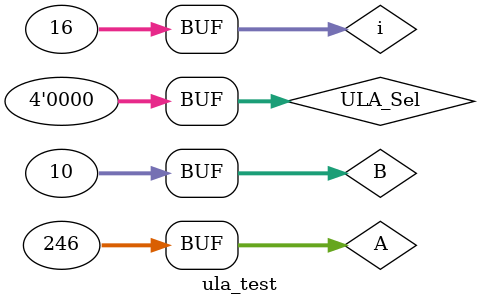
<source format=v>
`timescale 1ns / 1ps  

module ula_test();

//Inputs
 reg[31:0] A,B;
 reg[3:0] ULA_Sel;

//Outputs
 wire [31:0] ULA_Out;
 //wire CarryOut;

 // Verilog code for ULA
 integer i;
 
 ULA ula(
            ._op1(A),
            ._op2(B),
            ._opcao(ULA_Sel),// ULA Selection
            ._result(ULA_Out) // ULA 8-bit Output
            //CarryOut - Carry Out Flag
     );

    initial begin
        $dumpfile("ula.vcd");
        $dumpvars(0,ula);
    end
    
    initial begin
    // hold reset state for 100 ns.
      A = 8'h0A;
      B = 8'h02;
      ULA_Sel = 4'h0;
      
      for (i=0;i<=15;i=i+1)
      begin
          ULA_Sel = ULA_Sel + 8'h01;
          #10;
      end;
      
      //$display("%d",ULA_Out);
      //$monitor("Resultado = %h (%0d)", ULA_Out, ULA_Out");

      A = 8'hF6;
      B = 8'h0A;
      
    end
endmodule
</source>
